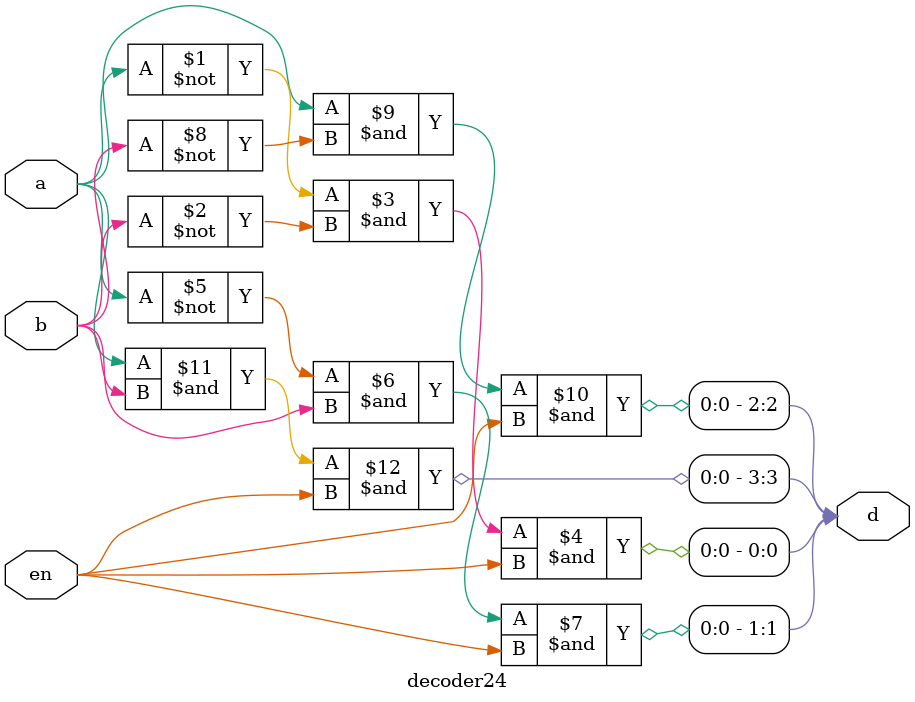
<source format=v>
module decoder24 (en,a,b,d);

output [3:0] d;
input a,b,en;
//assigning values from truth table for 4-bit output using gates
assign d[0] = (~a) & (~b) & (en); 
assign d[1] = (~a) & b & (en);
assign d[2] = a & (~b) & (en);
assign d[3] = a & b & (en);
endmodule
</source>
